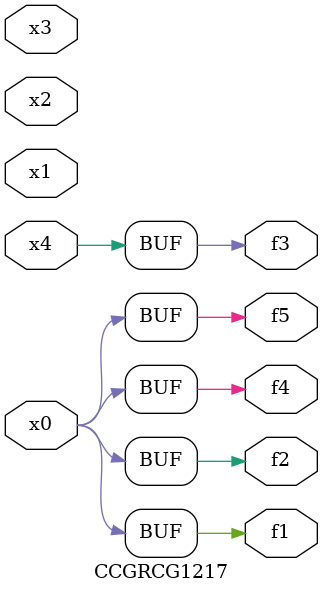
<source format=v>
module CCGRCG1217(
	input x0, x1, x2, x3, x4,
	output f1, f2, f3, f4, f5
);
	assign f1 = x0;
	assign f2 = x0;
	assign f3 = x4;
	assign f4 = x0;
	assign f5 = x0;
endmodule

</source>
